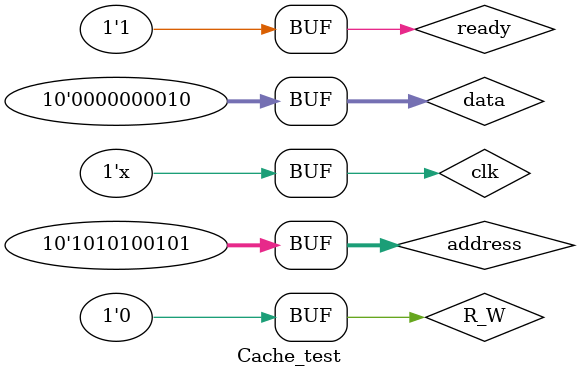
<source format=v>
`timescale 1ns / 1ps


module Cache_test();
    reg clk; reg R_W; reg ready;
    reg [9:0] data; reg [9:0] address;
    wire [9:0] out;
    
    Cache_Controller Cache_test(.clk(clk), .data(data), .address(address), .R_W(R_W), .out(out), .ready(ready));
    
    initial
    begin
        clk = 1'b1;
        ready = 1'b0;
        
        #100
        
        address = 10'b0000000010;         // 0
        data =    10'b0011000011;      //0C3   
        R_W = 1'b1;
        
        #25
        ready = 1'b1;
        
        #75
        address = 10'b1010100101;    //2A5  %  16   
        data =    10'b0000100101;     //025    // 526421
        R_W = 1'b1;
    
        #100
        address = 10'b0000000010;         // 0
        data =    10'b0011000011;      //0C3   
        R_W = 1'b0;
    
        #100
        address = 10'b1010100101;     //2A5  %  16    
        data =    10'b0000100101;         //025
        R_W = 1'b0;
    
        #100
        address = 10'b0110101001;      //1A9  %  16   
        data =    10'b1101101110;         // 26E
        R_W = 1'b1;
    
        #100
        address = 10'b0110101001;         // 1A9  % 16 
        data =    10'b1101101110;         // 26E
        R_W = 1'b0;
    
        #100
        address = 10'b1010100101;         // 2A5  %  16
        data =    10'b0000100101;         // 025
        R_W = 1'b1;
    
        #100
        address = 10'b0000101100;         // 2C
        data =    10'b1111111111;         // 3FF
        R_W = 1'b1;
    
        #100
        address = 10'b0000101101;         // 2D
        data =    10'b0000000001;         // 1
        R_W = 1'b0;
    
        #100
        address = 10'b1010100101;         // 2A5
        data =    10'b0000000010;         // 2
        R_W = 1'b0;
    end

    always #12.5 clk = ~clk;

endmodule

</source>
